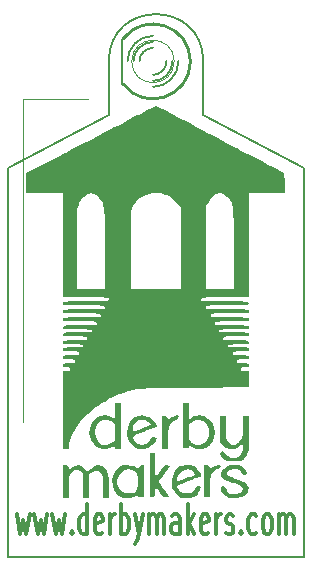
<source format=gto>
G04 (created by PCBNEW (2013-02-02 BZR 3928)-testing) date Mon 15 Sep 2014 08:44:07 BST*
%MOIN*%
G04 Gerber Fmt 3.4, Leading zero omitted, Abs format*
%FSLAX34Y34*%
G01*
G70*
G90*
G04 APERTURE LIST*
%ADD10C,0.006*%
%ADD11C,0.00590551*%
%ADD12C,0.011811*%
%ADD13C,0.008*%
%ADD14C,0.003*%
%ADD15C,0.01*%
%ADD16C,0.0001*%
G04 APERTURE END LIST*
G54D10*
G54D11*
X25196Y-9251D02*
G75*
G03X22047Y-9251I-1574J0D01*
G74*
G01*
X22047Y-11023D02*
X22047Y-9251D01*
X18700Y-12795D02*
X22047Y-11023D01*
X25196Y-11023D02*
X25196Y-9251D01*
X28543Y-12795D02*
X25196Y-11023D01*
X18700Y-12795D02*
X18700Y-25787D01*
X28543Y-12795D02*
X28543Y-25787D01*
X28543Y-25787D02*
X18700Y-25787D01*
G54D12*
X18973Y-24348D02*
X19082Y-25004D01*
X19191Y-24535D01*
X19299Y-25004D01*
X19408Y-24348D01*
X19571Y-24348D02*
X19680Y-25004D01*
X19789Y-24535D01*
X19897Y-25004D01*
X20006Y-24348D01*
X20169Y-24348D02*
X20278Y-25004D01*
X20387Y-24535D01*
X20495Y-25004D01*
X20604Y-24348D01*
X20822Y-24910D02*
X20849Y-24957D01*
X20822Y-25004D01*
X20794Y-24957D01*
X20822Y-24910D01*
X20822Y-25004D01*
X21338Y-25004D02*
X21338Y-24020D01*
X21338Y-24957D02*
X21284Y-25004D01*
X21175Y-25004D01*
X21121Y-24957D01*
X21093Y-24910D01*
X21066Y-24817D01*
X21066Y-24535D01*
X21093Y-24442D01*
X21121Y-24395D01*
X21175Y-24348D01*
X21284Y-24348D01*
X21338Y-24395D01*
X21827Y-24957D02*
X21773Y-25004D01*
X21664Y-25004D01*
X21610Y-24957D01*
X21583Y-24864D01*
X21583Y-24489D01*
X21610Y-24395D01*
X21664Y-24348D01*
X21773Y-24348D01*
X21827Y-24395D01*
X21855Y-24489D01*
X21855Y-24582D01*
X21583Y-24676D01*
X22099Y-25004D02*
X22099Y-24348D01*
X22099Y-24535D02*
X22126Y-24442D01*
X22154Y-24395D01*
X22208Y-24348D01*
X22262Y-24348D01*
X22453Y-25004D02*
X22453Y-24020D01*
X22453Y-24395D02*
X22507Y-24348D01*
X22616Y-24348D01*
X22670Y-24395D01*
X22697Y-24442D01*
X22724Y-24535D01*
X22724Y-24817D01*
X22697Y-24910D01*
X22670Y-24957D01*
X22616Y-25004D01*
X22507Y-25004D01*
X22453Y-24957D01*
X22915Y-24348D02*
X23051Y-25004D01*
X23187Y-24348D02*
X23051Y-25004D01*
X22996Y-25239D01*
X22969Y-25285D01*
X22915Y-25332D01*
X23404Y-25004D02*
X23404Y-24348D01*
X23404Y-24442D02*
X23431Y-24395D01*
X23486Y-24348D01*
X23567Y-24348D01*
X23622Y-24395D01*
X23649Y-24489D01*
X23649Y-25004D01*
X23649Y-24489D02*
X23676Y-24395D01*
X23730Y-24348D01*
X23812Y-24348D01*
X23866Y-24395D01*
X23893Y-24489D01*
X23893Y-25004D01*
X24410Y-25004D02*
X24410Y-24489D01*
X24383Y-24395D01*
X24328Y-24348D01*
X24220Y-24348D01*
X24165Y-24395D01*
X24410Y-24957D02*
X24356Y-25004D01*
X24220Y-25004D01*
X24165Y-24957D01*
X24138Y-24864D01*
X24138Y-24770D01*
X24165Y-24676D01*
X24220Y-24629D01*
X24356Y-24629D01*
X24410Y-24582D01*
X24682Y-25004D02*
X24682Y-24020D01*
X24736Y-24629D02*
X24899Y-25004D01*
X24899Y-24348D02*
X24682Y-24723D01*
X25361Y-24957D02*
X25307Y-25004D01*
X25198Y-25004D01*
X25144Y-24957D01*
X25117Y-24864D01*
X25117Y-24489D01*
X25144Y-24395D01*
X25198Y-24348D01*
X25307Y-24348D01*
X25361Y-24395D01*
X25389Y-24489D01*
X25389Y-24582D01*
X25117Y-24676D01*
X25633Y-25004D02*
X25633Y-24348D01*
X25633Y-24535D02*
X25660Y-24442D01*
X25688Y-24395D01*
X25742Y-24348D01*
X25796Y-24348D01*
X25959Y-24957D02*
X26014Y-25004D01*
X26122Y-25004D01*
X26177Y-24957D01*
X26204Y-24864D01*
X26204Y-24817D01*
X26177Y-24723D01*
X26122Y-24676D01*
X26041Y-24676D01*
X25987Y-24629D01*
X25959Y-24535D01*
X25959Y-24489D01*
X25987Y-24395D01*
X26041Y-24348D01*
X26122Y-24348D01*
X26177Y-24395D01*
X26449Y-24910D02*
X26476Y-24957D01*
X26449Y-25004D01*
X26422Y-24957D01*
X26449Y-24910D01*
X26449Y-25004D01*
X26965Y-24957D02*
X26911Y-25004D01*
X26802Y-25004D01*
X26748Y-24957D01*
X26721Y-24910D01*
X26693Y-24817D01*
X26693Y-24535D01*
X26721Y-24442D01*
X26748Y-24395D01*
X26802Y-24348D01*
X26911Y-24348D01*
X26965Y-24395D01*
X27291Y-25004D02*
X27237Y-24957D01*
X27210Y-24910D01*
X27183Y-24817D01*
X27183Y-24535D01*
X27210Y-24442D01*
X27237Y-24395D01*
X27291Y-24348D01*
X27373Y-24348D01*
X27427Y-24395D01*
X27455Y-24442D01*
X27482Y-24535D01*
X27482Y-24817D01*
X27455Y-24910D01*
X27427Y-24957D01*
X27373Y-25004D01*
X27291Y-25004D01*
X27726Y-25004D02*
X27726Y-24348D01*
X27726Y-24442D02*
X27754Y-24395D01*
X27808Y-24348D01*
X27889Y-24348D01*
X27944Y-24395D01*
X27971Y-24489D01*
X27971Y-25004D01*
X27971Y-24489D02*
X27998Y-24395D01*
X28053Y-24348D01*
X28134Y-24348D01*
X28188Y-24395D01*
X28216Y-24489D01*
X28216Y-25004D01*
G54D13*
X22502Y-8501D02*
X22502Y-10001D01*
G54D14*
X24229Y-9251D02*
G75*
G03X24229Y-9251I-707J0D01*
G74*
G01*
G54D15*
X22522Y-10002D02*
G75*
G03X22522Y-8501I999J750D01*
G74*
G01*
G54D10*
X23522Y-9701D02*
G75*
G03X23972Y-9251I0J450D01*
G74*
G01*
X23522Y-8801D02*
G75*
G03X23072Y-9251I0J-450D01*
G74*
G01*
X23522Y-9901D02*
G75*
G03X24172Y-9251I0J650D01*
G74*
G01*
X23522Y-8601D02*
G75*
G03X22872Y-9251I0J-650D01*
G74*
G01*
X23522Y-10101D02*
G75*
G03X24372Y-9251I0J850D01*
G74*
G01*
X23522Y-8401D02*
G75*
G03X22672Y-9251I0J-850D01*
G74*
G01*
G54D16*
G36*
X28072Y-10532D02*
X23647Y-10540D01*
X19222Y-10549D01*
X19213Y-17741D01*
X19205Y-24932D01*
X19197Y-17724D01*
X19189Y-10516D01*
X23630Y-10524D01*
X28072Y-10532D01*
X28072Y-10532D01*
X28072Y-10532D01*
G37*
G36*
X22055Y-23816D02*
X21955Y-23816D01*
X21855Y-23816D01*
X21855Y-23413D01*
X21854Y-23233D01*
X21847Y-23106D01*
X21832Y-23021D01*
X21803Y-22964D01*
X21758Y-22923D01*
X21700Y-22888D01*
X21642Y-22870D01*
X21578Y-22889D01*
X21517Y-22926D01*
X21405Y-23001D01*
X21396Y-23408D01*
X21386Y-23816D01*
X21287Y-23816D01*
X21189Y-23816D01*
X21189Y-23401D01*
X21189Y-22987D01*
X21089Y-22916D01*
X21013Y-22871D01*
X20955Y-22868D01*
X20914Y-22885D01*
X20836Y-22928D01*
X20782Y-22972D01*
X20749Y-23030D01*
X20731Y-23113D01*
X20723Y-23237D01*
X20722Y-23414D01*
X20722Y-23421D01*
X20722Y-23816D01*
X20622Y-23816D01*
X20522Y-23816D01*
X20522Y-23266D01*
X20522Y-22716D01*
X20622Y-22716D01*
X20695Y-22726D01*
X20721Y-22765D01*
X20722Y-22782D01*
X20729Y-22836D01*
X20740Y-22849D01*
X20775Y-22829D01*
X20830Y-22782D01*
X20935Y-22726D01*
X21061Y-22719D01*
X21184Y-22762D01*
X21230Y-22794D01*
X21291Y-22857D01*
X21321Y-22907D01*
X21322Y-22912D01*
X21342Y-22914D01*
X21395Y-22875D01*
X21440Y-22833D01*
X21569Y-22742D01*
X21704Y-22713D01*
X21840Y-22750D01*
X21872Y-22769D01*
X21945Y-22829D01*
X21996Y-22907D01*
X22030Y-23014D01*
X22048Y-23162D01*
X22055Y-23362D01*
X22055Y-23421D01*
X22055Y-23816D01*
X22055Y-23816D01*
X22055Y-23816D01*
G37*
G36*
X23222Y-23782D02*
X23125Y-23782D01*
X23051Y-23769D01*
X23022Y-23747D01*
X23022Y-23283D01*
X23022Y-23243D01*
X23019Y-23114D01*
X23006Y-23031D01*
X22977Y-22973D01*
X22940Y-22931D01*
X22829Y-22862D01*
X22699Y-22844D01*
X22573Y-22876D01*
X22486Y-22941D01*
X22382Y-23075D01*
X22331Y-23190D01*
X22329Y-23302D01*
X22362Y-23406D01*
X22433Y-23537D01*
X22518Y-23613D01*
X22635Y-23645D01*
X22709Y-23649D01*
X22819Y-23644D01*
X22889Y-23622D01*
X22941Y-23575D01*
X22953Y-23561D01*
X22993Y-23494D01*
X23014Y-23409D01*
X23022Y-23283D01*
X23022Y-23747D01*
X23013Y-23741D01*
X22992Y-23716D01*
X22949Y-23740D01*
X22878Y-23771D01*
X22766Y-23793D01*
X22639Y-23801D01*
X22522Y-23795D01*
X22515Y-23793D01*
X22400Y-23744D01*
X22295Y-23648D01*
X22216Y-23526D01*
X22182Y-23408D01*
X22172Y-23218D01*
X22192Y-23071D01*
X22247Y-22950D01*
X22326Y-22852D01*
X22403Y-22777D01*
X22465Y-22736D01*
X22539Y-22719D01*
X22650Y-22716D01*
X22665Y-22717D01*
X22810Y-22726D01*
X22912Y-22753D01*
X22937Y-22767D01*
X23011Y-22810D01*
X23049Y-22801D01*
X23055Y-22766D01*
X23084Y-22725D01*
X23139Y-22716D01*
X23222Y-22716D01*
X23222Y-23249D01*
X23222Y-23782D01*
X23222Y-23782D01*
X23222Y-23782D01*
G37*
G36*
X25123Y-23453D02*
X25100Y-23534D01*
X25038Y-23632D01*
X25014Y-23662D01*
X24941Y-23737D01*
X24871Y-23776D01*
X24777Y-23794D01*
X24722Y-23799D01*
X24606Y-23803D01*
X24509Y-23799D01*
X24472Y-23794D01*
X24379Y-23744D01*
X24284Y-23656D01*
X24207Y-23552D01*
X24172Y-23470D01*
X24149Y-23252D01*
X24176Y-23059D01*
X24251Y-22898D01*
X24369Y-22779D01*
X24411Y-22754D01*
X24484Y-22733D01*
X24595Y-22719D01*
X24685Y-22716D01*
X24802Y-22719D01*
X24880Y-22736D01*
X24944Y-22776D01*
X25004Y-22833D01*
X25081Y-22928D01*
X25119Y-23015D01*
X25118Y-23081D01*
X25073Y-23114D01*
X25055Y-23116D01*
X24968Y-23131D01*
X24922Y-23148D01*
X24922Y-23001D01*
X24901Y-22955D01*
X24867Y-22910D01*
X24792Y-22868D01*
X24685Y-22850D01*
X24574Y-22857D01*
X24490Y-22890D01*
X24488Y-22892D01*
X24415Y-22971D01*
X24354Y-23072D01*
X24323Y-23164D01*
X24322Y-23181D01*
X24336Y-23236D01*
X24383Y-23244D01*
X24464Y-23210D01*
X24571Y-23156D01*
X24638Y-23127D01*
X24681Y-23116D01*
X24698Y-23116D01*
X24765Y-23101D01*
X24842Y-23068D01*
X24902Y-23029D01*
X24922Y-23001D01*
X24922Y-23148D01*
X24921Y-23149D01*
X24833Y-23193D01*
X24789Y-23216D01*
X24716Y-23243D01*
X24679Y-23249D01*
X24629Y-23262D01*
X24545Y-23295D01*
X24450Y-23336D01*
X24368Y-23376D01*
X24326Y-23402D01*
X24336Y-23433D01*
X24377Y-23497D01*
X24402Y-23531D01*
X24465Y-23604D01*
X24527Y-23638D01*
X24617Y-23648D01*
X24653Y-23649D01*
X24773Y-23638D01*
X24853Y-23597D01*
X24917Y-23511D01*
X24938Y-23470D01*
X24995Y-23409D01*
X25048Y-23388D01*
X25106Y-23401D01*
X25123Y-23453D01*
X25123Y-23453D01*
X25123Y-23453D01*
G37*
G36*
X26709Y-23479D02*
X26695Y-23552D01*
X26676Y-23593D01*
X26621Y-23679D01*
X26557Y-23741D01*
X26555Y-23742D01*
X26465Y-23775D01*
X26335Y-23795D01*
X26189Y-23802D01*
X26066Y-23793D01*
X25951Y-23751D01*
X25855Y-23669D01*
X25798Y-23567D01*
X25789Y-23511D01*
X25801Y-23438D01*
X25845Y-23416D01*
X25849Y-23416D01*
X25933Y-23445D01*
X25983Y-23518D01*
X25989Y-23556D01*
X26019Y-23615D01*
X26098Y-23657D01*
X26210Y-23675D01*
X26298Y-23671D01*
X26428Y-23638D01*
X26501Y-23578D01*
X26522Y-23496D01*
X26492Y-23425D01*
X26418Y-23362D01*
X26321Y-23322D01*
X26265Y-23315D01*
X26161Y-23297D01*
X26035Y-23252D01*
X25919Y-23194D01*
X25864Y-23155D01*
X25800Y-23063D01*
X25801Y-22963D01*
X25868Y-22854D01*
X25898Y-22822D01*
X25962Y-22766D01*
X26020Y-22734D01*
X26097Y-22719D01*
X26213Y-22716D01*
X26244Y-22716D01*
X26373Y-22718D01*
X26456Y-22730D01*
X26514Y-22757D01*
X26567Y-22803D01*
X26632Y-22890D01*
X26656Y-22970D01*
X26637Y-23027D01*
X26579Y-23049D01*
X26509Y-23022D01*
X26467Y-22954D01*
X26408Y-22871D01*
X26331Y-22839D01*
X26209Y-22832D01*
X26103Y-22857D01*
X26026Y-22905D01*
X25990Y-22969D01*
X26006Y-23036D01*
X26052Y-23071D01*
X26145Y-23116D01*
X26267Y-23163D01*
X26306Y-23177D01*
X26452Y-23226D01*
X26548Y-23266D01*
X26610Y-23306D01*
X26654Y-23356D01*
X26686Y-23410D01*
X26709Y-23479D01*
X26709Y-23479D01*
X26709Y-23479D01*
G37*
G36*
X24088Y-22741D02*
X24067Y-22778D01*
X24016Y-22846D01*
X23986Y-22881D01*
X23909Y-22975D01*
X23843Y-23067D01*
X23829Y-23089D01*
X23784Y-23153D01*
X23749Y-23182D01*
X23748Y-23182D01*
X23727Y-23208D01*
X23723Y-23263D01*
X23738Y-23311D01*
X23749Y-23321D01*
X23779Y-23352D01*
X23832Y-23422D01*
X23898Y-23514D01*
X23964Y-23611D01*
X24019Y-23696D01*
X24051Y-23752D01*
X24055Y-23764D01*
X24026Y-23777D01*
X23963Y-23782D01*
X23905Y-23776D01*
X23857Y-23749D01*
X23806Y-23689D01*
X23739Y-23585D01*
X23722Y-23557D01*
X23662Y-23475D01*
X23621Y-23456D01*
X23597Y-23502D01*
X23589Y-23612D01*
X23589Y-23616D01*
X23586Y-23714D01*
X23572Y-23764D01*
X23539Y-23781D01*
X23505Y-23782D01*
X23422Y-23782D01*
X23422Y-23049D01*
X23422Y-22316D01*
X23505Y-22316D01*
X23589Y-22316D01*
X23589Y-22682D01*
X23590Y-22830D01*
X23595Y-22949D01*
X23602Y-23026D01*
X23610Y-23049D01*
X23648Y-23024D01*
X23707Y-22959D01*
X23773Y-22873D01*
X23815Y-22807D01*
X23876Y-22738D01*
X23963Y-22716D01*
X23979Y-22716D01*
X24053Y-22722D01*
X24088Y-22738D01*
X24088Y-22741D01*
X24088Y-22741D01*
X24088Y-22741D01*
G37*
G36*
X25789Y-22742D02*
X25761Y-22796D01*
X25699Y-22839D01*
X25654Y-22849D01*
X25596Y-22872D01*
X25526Y-22927D01*
X25519Y-22935D01*
X25484Y-22978D01*
X25460Y-23026D01*
X25445Y-23094D01*
X25435Y-23197D01*
X25429Y-23348D01*
X25427Y-23401D01*
X25416Y-23782D01*
X25319Y-23782D01*
X25222Y-23782D01*
X25222Y-23249D01*
X25222Y-22716D01*
X25322Y-22716D01*
X25395Y-22726D01*
X25421Y-22764D01*
X25422Y-22784D01*
X25422Y-22853D01*
X25519Y-22784D01*
X25597Y-22743D01*
X25683Y-22719D01*
X25753Y-22716D01*
X25788Y-22736D01*
X25789Y-22742D01*
X25789Y-22742D01*
X25789Y-22742D01*
G37*
G36*
X26722Y-21668D02*
X26721Y-21894D01*
X26717Y-22065D01*
X26707Y-22192D01*
X26690Y-22285D01*
X26663Y-22357D01*
X26624Y-22419D01*
X26571Y-22481D01*
X26562Y-22491D01*
X26512Y-22537D01*
X26461Y-22565D01*
X26388Y-22578D01*
X26274Y-22582D01*
X26219Y-22582D01*
X26085Y-22580D01*
X25998Y-22570D01*
X25936Y-22547D01*
X25881Y-22506D01*
X25859Y-22485D01*
X25783Y-22396D01*
X25755Y-22320D01*
X25775Y-22267D01*
X25839Y-22249D01*
X25904Y-22265D01*
X25922Y-22296D01*
X25946Y-22348D01*
X26005Y-22410D01*
X26014Y-22416D01*
X26131Y-22473D01*
X26255Y-22473D01*
X26369Y-22426D01*
X26460Y-22337D01*
X26513Y-22216D01*
X26522Y-22141D01*
X26517Y-22060D01*
X26505Y-22018D01*
X26502Y-22016D01*
X26466Y-22035D01*
X26401Y-22083D01*
X26382Y-22099D01*
X26248Y-22173D01*
X26104Y-22185D01*
X25961Y-22135D01*
X25874Y-22070D01*
X25755Y-21958D01*
X25755Y-21520D01*
X25755Y-21082D01*
X25855Y-21082D01*
X25955Y-21082D01*
X25955Y-21465D01*
X25956Y-21631D01*
X25960Y-21744D01*
X25970Y-21820D01*
X25989Y-21874D01*
X26020Y-21919D01*
X26049Y-21953D01*
X26145Y-22028D01*
X26242Y-22037D01*
X26347Y-21981D01*
X26374Y-21958D01*
X26439Y-21887D01*
X26483Y-21808D01*
X26508Y-21706D01*
X26520Y-21566D01*
X26522Y-21416D01*
X26522Y-21082D01*
X26622Y-21082D01*
X26722Y-21082D01*
X26722Y-21668D01*
X26722Y-21668D01*
X26722Y-21668D01*
G37*
G36*
X27924Y-13649D02*
X27323Y-13649D01*
X26722Y-13649D01*
X26722Y-15382D01*
X26722Y-17116D01*
X26226Y-17116D01*
X26226Y-16849D01*
X26215Y-15441D01*
X26213Y-15090D01*
X26211Y-14800D01*
X26207Y-14564D01*
X26202Y-14374D01*
X26195Y-14225D01*
X26184Y-14110D01*
X26169Y-14022D01*
X26149Y-13955D01*
X26124Y-13903D01*
X26091Y-13857D01*
X26051Y-13813D01*
X26002Y-13764D01*
X25998Y-13759D01*
X25875Y-13669D01*
X25747Y-13644D01*
X25618Y-13683D01*
X25493Y-13783D01*
X25384Y-13933D01*
X25305Y-14066D01*
X25295Y-15457D01*
X25285Y-16849D01*
X25755Y-16849D01*
X26226Y-16849D01*
X26226Y-17116D01*
X25922Y-17116D01*
X25671Y-17116D01*
X25479Y-17117D01*
X25338Y-17119D01*
X25240Y-17124D01*
X25177Y-17131D01*
X25142Y-17142D01*
X25126Y-17157D01*
X25122Y-17177D01*
X25122Y-17182D01*
X25124Y-17203D01*
X25136Y-17219D01*
X25166Y-17231D01*
X25221Y-17239D01*
X25310Y-17244D01*
X25440Y-17247D01*
X25618Y-17248D01*
X25854Y-17249D01*
X25922Y-17249D01*
X26173Y-17249D01*
X26365Y-17250D01*
X26506Y-17253D01*
X26604Y-17257D01*
X26667Y-17264D01*
X26702Y-17275D01*
X26718Y-17290D01*
X26722Y-17310D01*
X26722Y-17316D01*
X26719Y-17337D01*
X26706Y-17354D01*
X26675Y-17366D01*
X26616Y-17374D01*
X26522Y-17379D01*
X26384Y-17381D01*
X26194Y-17382D01*
X26005Y-17382D01*
X25769Y-17382D01*
X25592Y-17384D01*
X25464Y-17387D01*
X25379Y-17392D01*
X25327Y-17401D01*
X25300Y-17414D01*
X25290Y-17431D01*
X25289Y-17449D01*
X25291Y-17471D01*
X25304Y-17487D01*
X25336Y-17499D01*
X25395Y-17507D01*
X25489Y-17512D01*
X25627Y-17514D01*
X25816Y-17515D01*
X26005Y-17516D01*
X26241Y-17516D01*
X26419Y-17517D01*
X26546Y-17520D01*
X26632Y-17525D01*
X26684Y-17534D01*
X26711Y-17547D01*
X26721Y-17565D01*
X26722Y-17582D01*
X26719Y-17605D01*
X26705Y-17622D01*
X26671Y-17634D01*
X26608Y-17642D01*
X26507Y-17646D01*
X26359Y-17648D01*
X26156Y-17649D01*
X26089Y-17649D01*
X25869Y-17649D01*
X25706Y-17651D01*
X25593Y-17654D01*
X25521Y-17661D01*
X25479Y-17671D01*
X25460Y-17687D01*
X25455Y-17708D01*
X25455Y-17716D01*
X25458Y-17739D01*
X25472Y-17756D01*
X25506Y-17768D01*
X25569Y-17775D01*
X25670Y-17780D01*
X25818Y-17782D01*
X26021Y-17782D01*
X26089Y-17782D01*
X26308Y-17782D01*
X26471Y-17784D01*
X26584Y-17788D01*
X26656Y-17794D01*
X26698Y-17805D01*
X26717Y-17820D01*
X26722Y-17842D01*
X26722Y-17849D01*
X26719Y-17873D01*
X26704Y-17891D01*
X26667Y-17903D01*
X26600Y-17910D01*
X26492Y-17914D01*
X26336Y-17915D01*
X26155Y-17916D01*
X25949Y-17916D01*
X25800Y-17918D01*
X25699Y-17922D01*
X25636Y-17930D01*
X25603Y-17942D01*
X25591Y-17961D01*
X25589Y-17982D01*
X25591Y-18006D01*
X25607Y-18024D01*
X25643Y-18036D01*
X25711Y-18043D01*
X25818Y-18047D01*
X25975Y-18049D01*
X26155Y-18049D01*
X26362Y-18049D01*
X26511Y-18051D01*
X26612Y-18055D01*
X26674Y-18063D01*
X26707Y-18076D01*
X26720Y-18094D01*
X26722Y-18116D01*
X26719Y-18141D01*
X26702Y-18159D01*
X26663Y-18171D01*
X26590Y-18178D01*
X26475Y-18181D01*
X26307Y-18182D01*
X26222Y-18182D01*
X26026Y-18183D01*
X25888Y-18186D01*
X25798Y-18193D01*
X25746Y-18204D01*
X25725Y-18220D01*
X25722Y-18232D01*
X25731Y-18252D01*
X25764Y-18266D01*
X25831Y-18275D01*
X25941Y-18280D01*
X26103Y-18282D01*
X26222Y-18282D01*
X26414Y-18283D01*
X26549Y-18285D01*
X26638Y-18290D01*
X26690Y-18300D01*
X26714Y-18315D01*
X26721Y-18338D01*
X26722Y-18349D01*
X26718Y-18376D01*
X26700Y-18395D01*
X26657Y-18406D01*
X26578Y-18413D01*
X26453Y-18415D01*
X26289Y-18416D01*
X26112Y-18416D01*
X25991Y-18419D01*
X25915Y-18425D01*
X25875Y-18438D01*
X25858Y-18457D01*
X25855Y-18482D01*
X25859Y-18509D01*
X25877Y-18528D01*
X25920Y-18540D01*
X25999Y-18546D01*
X26124Y-18548D01*
X26289Y-18549D01*
X26465Y-18549D01*
X26586Y-18552D01*
X26662Y-18559D01*
X26702Y-18571D01*
X26719Y-18590D01*
X26722Y-18616D01*
X26717Y-18645D01*
X26696Y-18665D01*
X26647Y-18676D01*
X26557Y-18681D01*
X26416Y-18682D01*
X26372Y-18682D01*
X26212Y-18684D01*
X26108Y-18689D01*
X26049Y-18701D01*
X26025Y-18719D01*
X26022Y-18732D01*
X26033Y-18755D01*
X26072Y-18770D01*
X26151Y-18778D01*
X26280Y-18782D01*
X26372Y-18782D01*
X26528Y-18783D01*
X26629Y-18787D01*
X26687Y-18796D01*
X26714Y-18814D01*
X26722Y-18840D01*
X26722Y-18849D01*
X26716Y-18882D01*
X26691Y-18902D01*
X26631Y-18912D01*
X26525Y-18915D01*
X26455Y-18916D01*
X26322Y-18917D01*
X26243Y-18923D01*
X26203Y-18938D01*
X26189Y-18965D01*
X26189Y-18982D01*
X26194Y-19015D01*
X26220Y-19035D01*
X26279Y-19045D01*
X26385Y-19049D01*
X26455Y-19049D01*
X26588Y-19050D01*
X26668Y-19057D01*
X26707Y-19071D01*
X26721Y-19098D01*
X26722Y-19116D01*
X26715Y-19153D01*
X26682Y-19173D01*
X26610Y-19181D01*
X26522Y-19182D01*
X26410Y-19185D01*
X26350Y-19195D01*
X26326Y-19219D01*
X26322Y-19249D01*
X26329Y-19286D01*
X26361Y-19306D01*
X26433Y-19314D01*
X26522Y-19316D01*
X26634Y-19318D01*
X26694Y-19329D01*
X26718Y-19353D01*
X26722Y-19382D01*
X26711Y-19426D01*
X26665Y-19445D01*
X26589Y-19449D01*
X26501Y-19454D01*
X26463Y-19477D01*
X26455Y-19516D01*
X26466Y-19559D01*
X26512Y-19578D01*
X26589Y-19582D01*
X26722Y-19582D01*
X26722Y-19848D01*
X26722Y-20114D01*
X24997Y-20128D01*
X24554Y-20133D01*
X24455Y-20134D01*
X24455Y-16849D01*
X24455Y-15480D01*
X24455Y-14110D01*
X24258Y-13913D01*
X24156Y-13819D01*
X24066Y-13750D01*
X24003Y-13717D01*
X23993Y-13716D01*
X23928Y-13701D01*
X23905Y-13682D01*
X23864Y-13666D01*
X23775Y-13654D01*
X23655Y-13649D01*
X23640Y-13649D01*
X23494Y-13654D01*
X23383Y-13673D01*
X23276Y-13713D01*
X23207Y-13748D01*
X23087Y-13814D01*
X23005Y-13869D01*
X22942Y-13931D01*
X22876Y-14018D01*
X22862Y-14037D01*
X22844Y-14065D01*
X22829Y-14094D01*
X22817Y-14131D01*
X22808Y-14184D01*
X22801Y-14257D01*
X22796Y-14359D01*
X22792Y-14495D01*
X22790Y-14672D01*
X22789Y-14896D01*
X22789Y-15174D01*
X22789Y-15496D01*
X22789Y-16849D01*
X23622Y-16849D01*
X24455Y-16849D01*
X24455Y-20134D01*
X24173Y-20137D01*
X23850Y-20142D01*
X23580Y-20148D01*
X23359Y-20154D01*
X23182Y-20162D01*
X23045Y-20170D01*
X22943Y-20180D01*
X22872Y-20192D01*
X22827Y-20206D01*
X22807Y-20218D01*
X22750Y-20243D01*
X22700Y-20249D01*
X22633Y-20262D01*
X22605Y-20282D01*
X22558Y-20310D01*
X22519Y-20316D01*
X22432Y-20331D01*
X22396Y-20345D01*
X22339Y-20374D01*
X22241Y-20421D01*
X22123Y-20478D01*
X22105Y-20487D01*
X21993Y-20543D01*
X21907Y-20590D01*
X21863Y-20620D01*
X21861Y-20624D01*
X21822Y-20648D01*
X21814Y-20649D01*
X21764Y-20670D01*
X21679Y-20726D01*
X21572Y-20807D01*
X21457Y-20901D01*
X21346Y-21000D01*
X21261Y-21082D01*
X21092Y-21279D01*
X20946Y-21486D01*
X20831Y-21691D01*
X20755Y-21882D01*
X20722Y-22046D01*
X20722Y-22067D01*
X20716Y-22145D01*
X20687Y-22176D01*
X20622Y-22182D01*
X20522Y-22182D01*
X20522Y-20882D01*
X20522Y-19582D01*
X20639Y-19582D01*
X20719Y-19575D01*
X20751Y-19546D01*
X20755Y-19516D01*
X20742Y-19470D01*
X20691Y-19451D01*
X20639Y-19449D01*
X20558Y-19441D01*
X20526Y-19412D01*
X20522Y-19382D01*
X20529Y-19345D01*
X20561Y-19325D01*
X20633Y-19317D01*
X20722Y-19316D01*
X20834Y-19313D01*
X20894Y-19302D01*
X20918Y-19278D01*
X20922Y-19249D01*
X20915Y-19212D01*
X20882Y-19191D01*
X20810Y-19183D01*
X20722Y-19182D01*
X20610Y-19180D01*
X20550Y-19169D01*
X20526Y-19145D01*
X20522Y-19116D01*
X20527Y-19082D01*
X20553Y-19062D01*
X20612Y-19052D01*
X20718Y-19049D01*
X20789Y-19049D01*
X20921Y-19047D01*
X21001Y-19041D01*
X21041Y-19026D01*
X21054Y-19000D01*
X21055Y-18982D01*
X21050Y-18949D01*
X21024Y-18929D01*
X20965Y-18919D01*
X20859Y-18916D01*
X20789Y-18916D01*
X20656Y-18914D01*
X20576Y-18908D01*
X20536Y-18893D01*
X20523Y-18866D01*
X20522Y-18849D01*
X20526Y-18818D01*
X20548Y-18799D01*
X20599Y-18788D01*
X20692Y-18783D01*
X20837Y-18782D01*
X20855Y-18782D01*
X21011Y-18781D01*
X21110Y-18774D01*
X21166Y-18762D01*
X21187Y-18743D01*
X21189Y-18732D01*
X21177Y-18709D01*
X21137Y-18694D01*
X21056Y-18686D01*
X20925Y-18682D01*
X20855Y-18682D01*
X20703Y-18681D01*
X20606Y-18677D01*
X20552Y-18667D01*
X20528Y-18648D01*
X20522Y-18619D01*
X20522Y-18616D01*
X20526Y-18587D01*
X20545Y-18568D01*
X20590Y-18557D01*
X20673Y-18551D01*
X20804Y-18549D01*
X20922Y-18549D01*
X21091Y-18548D01*
X21204Y-18545D01*
X21273Y-18537D01*
X21308Y-18524D01*
X21320Y-18502D01*
X21322Y-18482D01*
X21318Y-18454D01*
X21299Y-18435D01*
X21253Y-18424D01*
X21171Y-18418D01*
X21040Y-18416D01*
X20922Y-18416D01*
X20753Y-18415D01*
X20640Y-18412D01*
X20571Y-18404D01*
X20536Y-18390D01*
X20523Y-18368D01*
X20522Y-18349D01*
X20525Y-18323D01*
X20542Y-18305D01*
X20582Y-18293D01*
X20656Y-18286D01*
X20774Y-18283D01*
X20945Y-18282D01*
X21005Y-18282D01*
X21197Y-18281D01*
X21332Y-18278D01*
X21419Y-18271D01*
X21467Y-18259D01*
X21487Y-18242D01*
X21489Y-18232D01*
X21479Y-18212D01*
X21445Y-18198D01*
X21377Y-18189D01*
X21266Y-18184D01*
X21102Y-18182D01*
X21005Y-18182D01*
X20817Y-18182D01*
X20685Y-18179D01*
X20600Y-18174D01*
X20551Y-18164D01*
X20528Y-18147D01*
X20522Y-18124D01*
X20522Y-18116D01*
X20525Y-18091D01*
X20540Y-18074D01*
X20576Y-18062D01*
X20644Y-18054D01*
X20751Y-18051D01*
X20908Y-18049D01*
X21089Y-18049D01*
X21295Y-18048D01*
X21444Y-18047D01*
X21545Y-18042D01*
X21607Y-18034D01*
X21640Y-18022D01*
X21653Y-18003D01*
X21655Y-17982D01*
X21652Y-17958D01*
X21637Y-17940D01*
X21601Y-17928D01*
X21533Y-17921D01*
X21426Y-17917D01*
X21269Y-17916D01*
X21089Y-17916D01*
X20882Y-17915D01*
X20733Y-17913D01*
X20632Y-17909D01*
X20570Y-17901D01*
X20537Y-17889D01*
X20524Y-17870D01*
X20522Y-17849D01*
X20525Y-17826D01*
X20539Y-17809D01*
X20573Y-17797D01*
X20636Y-17789D01*
X20737Y-17785D01*
X20884Y-17783D01*
X21087Y-17782D01*
X21155Y-17782D01*
X21375Y-17782D01*
X21537Y-17780D01*
X21650Y-17777D01*
X21723Y-17770D01*
X21765Y-17760D01*
X21783Y-17744D01*
X21788Y-17723D01*
X21789Y-17716D01*
X21786Y-17692D01*
X21772Y-17675D01*
X21738Y-17663D01*
X21674Y-17656D01*
X21573Y-17651D01*
X21426Y-17649D01*
X21223Y-17649D01*
X21155Y-17649D01*
X20935Y-17649D01*
X20773Y-17647D01*
X20660Y-17643D01*
X20587Y-17637D01*
X20546Y-17626D01*
X20527Y-17611D01*
X20522Y-17589D01*
X20522Y-17582D01*
X20524Y-17560D01*
X20538Y-17543D01*
X20570Y-17532D01*
X20629Y-17524D01*
X20725Y-17519D01*
X20864Y-17516D01*
X21057Y-17516D01*
X21222Y-17516D01*
X21455Y-17515D01*
X21629Y-17514D01*
X21754Y-17511D01*
X21837Y-17505D01*
X21887Y-17496D01*
X21912Y-17483D01*
X21921Y-17465D01*
X21922Y-17449D01*
X21919Y-17427D01*
X21906Y-17410D01*
X21874Y-17398D01*
X21814Y-17390D01*
X21719Y-17386D01*
X21579Y-17383D01*
X21387Y-17382D01*
X21222Y-17382D01*
X20989Y-17382D01*
X20815Y-17381D01*
X20690Y-17378D01*
X20607Y-17372D01*
X20557Y-17363D01*
X20532Y-17350D01*
X20523Y-17331D01*
X20522Y-17316D01*
X20524Y-17294D01*
X20537Y-17278D01*
X20567Y-17266D01*
X20624Y-17258D01*
X20714Y-17253D01*
X20847Y-17250D01*
X21030Y-17249D01*
X21271Y-17249D01*
X21289Y-17249D01*
X21534Y-17249D01*
X21720Y-17248D01*
X21856Y-17245D01*
X21949Y-17240D01*
X22007Y-17232D01*
X22039Y-17221D01*
X22052Y-17205D01*
X22055Y-17184D01*
X22055Y-17182D01*
X22053Y-17161D01*
X22040Y-17145D01*
X22010Y-17133D01*
X21953Y-17125D01*
X21922Y-17123D01*
X21922Y-16849D01*
X21921Y-15507D01*
X21921Y-15151D01*
X21920Y-14855D01*
X21917Y-14613D01*
X21911Y-14417D01*
X21903Y-14262D01*
X21890Y-14140D01*
X21872Y-14045D01*
X21848Y-13971D01*
X21818Y-13911D01*
X21781Y-13858D01*
X21735Y-13805D01*
X21709Y-13778D01*
X21626Y-13699D01*
X21554Y-13660D01*
X21466Y-13649D01*
X21450Y-13649D01*
X21359Y-13657D01*
X21288Y-13688D01*
X21209Y-13757D01*
X21183Y-13784D01*
X21112Y-13870D01*
X21065Y-13946D01*
X21055Y-13982D01*
X21040Y-14045D01*
X21022Y-14066D01*
X21013Y-14104D01*
X21005Y-14208D01*
X20999Y-14373D01*
X20994Y-14599D01*
X20991Y-14882D01*
X20989Y-15220D01*
X20989Y-15467D01*
X20989Y-16849D01*
X21455Y-16849D01*
X21922Y-16849D01*
X21922Y-17123D01*
X21863Y-17120D01*
X21730Y-17117D01*
X21547Y-17116D01*
X21306Y-17116D01*
X21289Y-17116D01*
X20522Y-17116D01*
X20522Y-15383D01*
X20522Y-13650D01*
X19914Y-13641D01*
X19305Y-13632D01*
X19305Y-13301D01*
X19305Y-12970D01*
X19839Y-12701D01*
X20011Y-12614D01*
X20162Y-12537D01*
X20282Y-12475D01*
X20361Y-12432D01*
X20389Y-12416D01*
X20424Y-12394D01*
X20504Y-12349D01*
X20613Y-12291D01*
X20655Y-12270D01*
X20901Y-12142D01*
X21170Y-12002D01*
X21444Y-11860D01*
X21706Y-11723D01*
X21937Y-11603D01*
X22055Y-11540D01*
X22225Y-11452D01*
X22409Y-11356D01*
X22578Y-11269D01*
X22639Y-11238D01*
X22758Y-11175D01*
X22853Y-11121D01*
X22908Y-11084D01*
X22916Y-11076D01*
X22955Y-11051D01*
X22974Y-11049D01*
X23030Y-11033D01*
X23115Y-10994D01*
X23146Y-10977D01*
X23334Y-10872D01*
X23474Y-10799D01*
X23571Y-10756D01*
X23633Y-10739D01*
X23668Y-10745D01*
X23669Y-10746D01*
X23698Y-10766D01*
X23756Y-10799D01*
X23848Y-10849D01*
X23980Y-10920D01*
X24157Y-11012D01*
X24383Y-11130D01*
X24622Y-11253D01*
X24746Y-11318D01*
X24846Y-11372D01*
X24908Y-11408D01*
X24922Y-11417D01*
X24956Y-11438D01*
X25039Y-11482D01*
X25158Y-11543D01*
X25301Y-11615D01*
X25322Y-11626D01*
X25500Y-11715D01*
X25687Y-11811D01*
X25859Y-11900D01*
X25972Y-11960D01*
X26100Y-12029D01*
X26214Y-12090D01*
X26295Y-12133D01*
X26314Y-12143D01*
X26407Y-12192D01*
X26464Y-12222D01*
X26589Y-12288D01*
X26759Y-12376D01*
X26955Y-12478D01*
X27162Y-12585D01*
X27364Y-12689D01*
X27539Y-12779D01*
X27905Y-12967D01*
X27915Y-13308D01*
X27924Y-13649D01*
X27924Y-13649D01*
X27924Y-13649D01*
G37*
G36*
X22455Y-22182D02*
X22355Y-22182D01*
X22282Y-22172D01*
X22256Y-22133D01*
X22255Y-22116D01*
X22255Y-21903D01*
X22255Y-21616D01*
X22255Y-21328D01*
X22117Y-21250D01*
X22026Y-21204D01*
X21960Y-21190D01*
X21888Y-21206D01*
X21860Y-21215D01*
X21772Y-21253D01*
X21712Y-21291D01*
X21706Y-21297D01*
X21621Y-21436D01*
X21589Y-21595D01*
X21608Y-21755D01*
X21677Y-21900D01*
X21763Y-21989D01*
X21869Y-22040D01*
X21988Y-22035D01*
X22126Y-21976D01*
X22255Y-21903D01*
X22255Y-22116D01*
X22252Y-22075D01*
X22232Y-22068D01*
X22179Y-22097D01*
X22147Y-22116D01*
X21994Y-22172D01*
X21828Y-22170D01*
X21670Y-22111D01*
X21651Y-22099D01*
X21552Y-22008D01*
X21466Y-21882D01*
X21407Y-21749D01*
X21389Y-21647D01*
X21408Y-21525D01*
X21457Y-21382D01*
X21524Y-21250D01*
X21531Y-21239D01*
X21631Y-21141D01*
X21769Y-21078D01*
X21922Y-21054D01*
X22067Y-21074D01*
X22122Y-21099D01*
X22190Y-21134D01*
X22230Y-21148D01*
X22242Y-21118D01*
X22251Y-21037D01*
X22255Y-20922D01*
X22255Y-20899D01*
X22255Y-20649D01*
X22355Y-20649D01*
X22455Y-20649D01*
X22455Y-21416D01*
X22455Y-22182D01*
X22455Y-22182D01*
X22455Y-22182D01*
G37*
G36*
X23655Y-21414D02*
X23627Y-21437D01*
X23556Y-21468D01*
X23530Y-21478D01*
X23455Y-21504D01*
X23455Y-21359D01*
X23427Y-21316D01*
X23354Y-21263D01*
X23262Y-21218D01*
X23174Y-21191D01*
X23105Y-21199D01*
X23062Y-21218D01*
X22939Y-21306D01*
X22869Y-21416D01*
X22856Y-21491D01*
X22864Y-21558D01*
X22900Y-21579D01*
X22976Y-21559D01*
X22995Y-21552D01*
X23068Y-21523D01*
X23176Y-21482D01*
X23264Y-21448D01*
X23364Y-21407D01*
X23433Y-21375D01*
X23455Y-21359D01*
X23455Y-21504D01*
X23427Y-21514D01*
X23339Y-21547D01*
X23330Y-21551D01*
X23235Y-21591D01*
X23180Y-21613D01*
X23098Y-21645D01*
X22995Y-21682D01*
X22980Y-21687D01*
X22885Y-21739D01*
X22853Y-21807D01*
X22881Y-21884D01*
X22968Y-21965D01*
X23052Y-22015D01*
X23162Y-22038D01*
X23280Y-22010D01*
X23383Y-21938D01*
X23439Y-21859D01*
X23483Y-21785D01*
X23527Y-21762D01*
X23566Y-21768D01*
X23629Y-21790D01*
X23645Y-21817D01*
X23621Y-21873D01*
X23609Y-21897D01*
X23503Y-22038D01*
X23362Y-22134D01*
X23202Y-22179D01*
X23037Y-22168D01*
X22955Y-22138D01*
X22808Y-22040D01*
X22711Y-21906D01*
X22663Y-21730D01*
X22655Y-21603D01*
X22673Y-21464D01*
X22719Y-21330D01*
X22786Y-21217D01*
X22863Y-21140D01*
X22934Y-21116D01*
X22992Y-21096D01*
X23005Y-21082D01*
X23054Y-21058D01*
X23144Y-21052D01*
X23252Y-21063D01*
X23355Y-21089D01*
X23405Y-21112D01*
X23475Y-21167D01*
X23551Y-21246D01*
X23615Y-21330D01*
X23652Y-21397D01*
X23655Y-21414D01*
X23655Y-21414D01*
X23655Y-21414D01*
G37*
G36*
X24389Y-21068D02*
X24361Y-21140D01*
X24293Y-21204D01*
X24238Y-21229D01*
X24151Y-21271D01*
X24088Y-21349D01*
X24048Y-21472D01*
X24027Y-21647D01*
X24022Y-21824D01*
X24022Y-22182D01*
X23922Y-22182D01*
X23822Y-22182D01*
X23822Y-21632D01*
X23822Y-21082D01*
X23922Y-21082D01*
X23994Y-21092D01*
X24021Y-21131D01*
X24023Y-21157D01*
X24028Y-21208D01*
X24050Y-21198D01*
X24065Y-21179D01*
X24127Y-21121D01*
X24178Y-21088D01*
X24251Y-21061D01*
X24326Y-21049D01*
X24379Y-21055D01*
X24389Y-21068D01*
X24389Y-21068D01*
X24389Y-21068D01*
G37*
G36*
X25583Y-21611D02*
X25558Y-21794D01*
X25521Y-21894D01*
X25424Y-22031D01*
X25389Y-22055D01*
X25389Y-21625D01*
X25384Y-21504D01*
X25366Y-21423D01*
X25326Y-21358D01*
X25294Y-21321D01*
X25186Y-21230D01*
X25077Y-21197D01*
X24951Y-21219D01*
X24877Y-21250D01*
X24722Y-21323D01*
X24722Y-21600D01*
X24723Y-21737D01*
X24730Y-21824D01*
X24747Y-21880D01*
X24781Y-21922D01*
X24830Y-21963D01*
X24960Y-22035D01*
X25086Y-22042D01*
X25212Y-21984D01*
X25268Y-21938D01*
X25335Y-21871D01*
X25372Y-21811D01*
X25386Y-21734D01*
X25389Y-21625D01*
X25389Y-22055D01*
X25289Y-22126D01*
X25133Y-22174D01*
X24972Y-22171D01*
X24830Y-22116D01*
X24759Y-22077D01*
X24728Y-22076D01*
X24722Y-22099D01*
X24692Y-22139D01*
X24622Y-22149D01*
X24522Y-22149D01*
X24522Y-21399D01*
X24522Y-20649D01*
X24622Y-20649D01*
X24722Y-20649D01*
X24722Y-20916D01*
X24726Y-21048D01*
X24736Y-21140D01*
X24752Y-21181D01*
X24755Y-21182D01*
X24788Y-21161D01*
X24789Y-21154D01*
X24818Y-21118D01*
X24890Y-21082D01*
X24982Y-21056D01*
X25053Y-21049D01*
X25226Y-21079D01*
X25372Y-21161D01*
X25484Y-21284D01*
X25556Y-21438D01*
X25583Y-21611D01*
X25583Y-21611D01*
X25583Y-21611D01*
G37*
M02*

</source>
